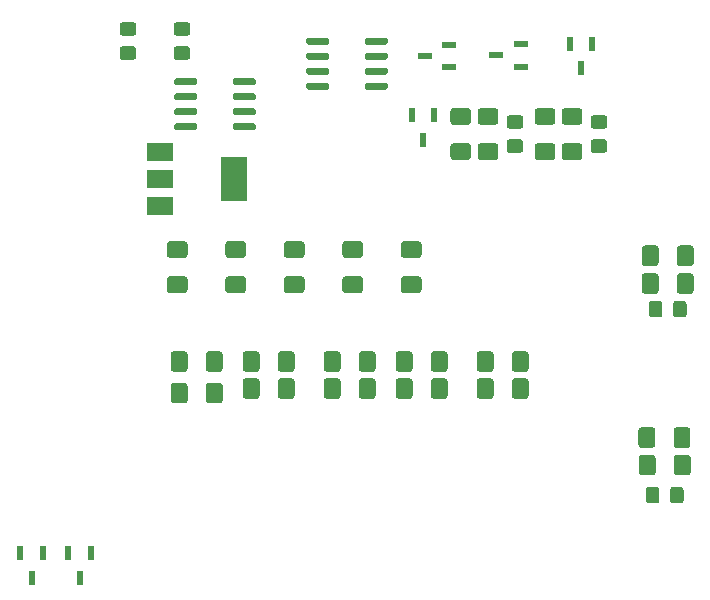
<source format=gbr>
G04 #@! TF.GenerationSoftware,KiCad,Pcbnew,(5.1.6)-1*
G04 #@! TF.CreationDate,2020-10-21T13:59:54+11:00*
G04 #@! TF.ProjectId,DashDriver-V1,44617368-4472-4697-9665-722d56312e6b,rev?*
G04 #@! TF.SameCoordinates,Original*
G04 #@! TF.FileFunction,Paste,Top*
G04 #@! TF.FilePolarity,Positive*
%FSLAX46Y46*%
G04 Gerber Fmt 4.6, Leading zero omitted, Abs format (unit mm)*
G04 Created by KiCad (PCBNEW (5.1.6)-1) date 2020-10-21 13:59:54*
%MOMM*%
%LPD*%
G01*
G04 APERTURE LIST*
%ADD10R,0.600000X1.300000*%
%ADD11R,1.300000X0.600000*%
%ADD12R,2.200000X1.500000*%
%ADD13R,2.200000X3.800000*%
G04 APERTURE END LIST*
G36*
G01*
X120616000Y-59004000D02*
X119366000Y-59004000D01*
G75*
G02*
X119116000Y-58754000I0J250000D01*
G01*
X119116000Y-57829000D01*
G75*
G02*
X119366000Y-57579000I250000J0D01*
G01*
X120616000Y-57579000D01*
G75*
G02*
X120866000Y-57829000I0J-250000D01*
G01*
X120866000Y-58754000D01*
G75*
G02*
X120616000Y-59004000I-250000J0D01*
G01*
G37*
G36*
G01*
X120616000Y-61979000D02*
X119366000Y-61979000D01*
G75*
G02*
X119116000Y-61729000I0J250000D01*
G01*
X119116000Y-60804000D01*
G75*
G02*
X119366000Y-60554000I250000J0D01*
G01*
X120616000Y-60554000D01*
G75*
G02*
X120866000Y-60804000I0J-250000D01*
G01*
X120866000Y-61729000D01*
G75*
G02*
X120616000Y-61979000I-250000J0D01*
G01*
G37*
G36*
G01*
X115663000Y-59004000D02*
X114413000Y-59004000D01*
G75*
G02*
X114163000Y-58754000I0J250000D01*
G01*
X114163000Y-57829000D01*
G75*
G02*
X114413000Y-57579000I250000J0D01*
G01*
X115663000Y-57579000D01*
G75*
G02*
X115913000Y-57829000I0J-250000D01*
G01*
X115913000Y-58754000D01*
G75*
G02*
X115663000Y-59004000I-250000J0D01*
G01*
G37*
G36*
G01*
X115663000Y-61979000D02*
X114413000Y-61979000D01*
G75*
G02*
X114163000Y-61729000I0J250000D01*
G01*
X114163000Y-60804000D01*
G75*
G02*
X114413000Y-60554000I250000J0D01*
G01*
X115663000Y-60554000D01*
G75*
G02*
X115913000Y-60804000I0J-250000D01*
G01*
X115913000Y-61729000D01*
G75*
G02*
X115663000Y-61979000I-250000J0D01*
G01*
G37*
G36*
G01*
X110710000Y-59004000D02*
X109460000Y-59004000D01*
G75*
G02*
X109210000Y-58754000I0J250000D01*
G01*
X109210000Y-57829000D01*
G75*
G02*
X109460000Y-57579000I250000J0D01*
G01*
X110710000Y-57579000D01*
G75*
G02*
X110960000Y-57829000I0J-250000D01*
G01*
X110960000Y-58754000D01*
G75*
G02*
X110710000Y-59004000I-250000J0D01*
G01*
G37*
G36*
G01*
X110710000Y-61979000D02*
X109460000Y-61979000D01*
G75*
G02*
X109210000Y-61729000I0J250000D01*
G01*
X109210000Y-60804000D01*
G75*
G02*
X109460000Y-60554000I250000J0D01*
G01*
X110710000Y-60554000D01*
G75*
G02*
X110960000Y-60804000I0J-250000D01*
G01*
X110960000Y-61729000D01*
G75*
G02*
X110710000Y-61979000I-250000J0D01*
G01*
G37*
G36*
G01*
X105757000Y-59004000D02*
X104507000Y-59004000D01*
G75*
G02*
X104257000Y-58754000I0J250000D01*
G01*
X104257000Y-57829000D01*
G75*
G02*
X104507000Y-57579000I250000J0D01*
G01*
X105757000Y-57579000D01*
G75*
G02*
X106007000Y-57829000I0J-250000D01*
G01*
X106007000Y-58754000D01*
G75*
G02*
X105757000Y-59004000I-250000J0D01*
G01*
G37*
G36*
G01*
X105757000Y-61979000D02*
X104507000Y-61979000D01*
G75*
G02*
X104257000Y-61729000I0J250000D01*
G01*
X104257000Y-60804000D01*
G75*
G02*
X104507000Y-60554000I250000J0D01*
G01*
X105757000Y-60554000D01*
G75*
G02*
X106007000Y-60804000I0J-250000D01*
G01*
X106007000Y-61729000D01*
G75*
G02*
X105757000Y-61979000I-250000J0D01*
G01*
G37*
G36*
G01*
X100804000Y-59004000D02*
X99554000Y-59004000D01*
G75*
G02*
X99304000Y-58754000I0J250000D01*
G01*
X99304000Y-57829000D01*
G75*
G02*
X99554000Y-57579000I250000J0D01*
G01*
X100804000Y-57579000D01*
G75*
G02*
X101054000Y-57829000I0J-250000D01*
G01*
X101054000Y-58754000D01*
G75*
G02*
X100804000Y-59004000I-250000J0D01*
G01*
G37*
G36*
G01*
X100804000Y-61979000D02*
X99554000Y-61979000D01*
G75*
G02*
X99304000Y-61729000I0J250000D01*
G01*
X99304000Y-60804000D01*
G75*
G02*
X99554000Y-60554000I250000J0D01*
G01*
X100804000Y-60554000D01*
G75*
G02*
X101054000Y-60804000I0J-250000D01*
G01*
X101054000Y-61729000D01*
G75*
G02*
X100804000Y-61979000I-250000J0D01*
G01*
G37*
G36*
G01*
X140679000Y-75918000D02*
X140679000Y-77168000D01*
G75*
G02*
X140429000Y-77418000I-250000J0D01*
G01*
X139504000Y-77418000D01*
G75*
G02*
X139254000Y-77168000I0J250000D01*
G01*
X139254000Y-75918000D01*
G75*
G02*
X139504000Y-75668000I250000J0D01*
G01*
X140429000Y-75668000D01*
G75*
G02*
X140679000Y-75918000I0J-250000D01*
G01*
G37*
G36*
G01*
X143654000Y-75918000D02*
X143654000Y-77168000D01*
G75*
G02*
X143404000Y-77418000I-250000J0D01*
G01*
X142479000Y-77418000D01*
G75*
G02*
X142229000Y-77168000I0J250000D01*
G01*
X142229000Y-75918000D01*
G75*
G02*
X142479000Y-75668000I250000J0D01*
G01*
X143404000Y-75668000D01*
G75*
G02*
X143654000Y-75918000I0J-250000D01*
G01*
G37*
G36*
G01*
X140933000Y-60551000D02*
X140933000Y-61801000D01*
G75*
G02*
X140683000Y-62051000I-250000J0D01*
G01*
X139758000Y-62051000D01*
G75*
G02*
X139508000Y-61801000I0J250000D01*
G01*
X139508000Y-60551000D01*
G75*
G02*
X139758000Y-60301000I250000J0D01*
G01*
X140683000Y-60301000D01*
G75*
G02*
X140933000Y-60551000I0J-250000D01*
G01*
G37*
G36*
G01*
X143908000Y-60551000D02*
X143908000Y-61801000D01*
G75*
G02*
X143658000Y-62051000I-250000J0D01*
G01*
X142733000Y-62051000D01*
G75*
G02*
X142483000Y-61801000I0J250000D01*
G01*
X142483000Y-60551000D01*
G75*
G02*
X142733000Y-60301000I250000J0D01*
G01*
X143658000Y-60301000D01*
G75*
G02*
X143908000Y-60551000I0J-250000D01*
G01*
G37*
G36*
G01*
X142211000Y-74838000D02*
X142211000Y-73588000D01*
G75*
G02*
X142461000Y-73338000I250000J0D01*
G01*
X143386000Y-73338000D01*
G75*
G02*
X143636000Y-73588000I0J-250000D01*
G01*
X143636000Y-74838000D01*
G75*
G02*
X143386000Y-75088000I-250000J0D01*
G01*
X142461000Y-75088000D01*
G75*
G02*
X142211000Y-74838000I0J250000D01*
G01*
G37*
G36*
G01*
X139236000Y-74838000D02*
X139236000Y-73588000D01*
G75*
G02*
X139486000Y-73338000I250000J0D01*
G01*
X140411000Y-73338000D01*
G75*
G02*
X140661000Y-73588000I0J-250000D01*
G01*
X140661000Y-74838000D01*
G75*
G02*
X140411000Y-75088000I-250000J0D01*
G01*
X139486000Y-75088000D01*
G75*
G02*
X139236000Y-74838000I0J250000D01*
G01*
G37*
G36*
G01*
X142490000Y-59446000D02*
X142490000Y-58196000D01*
G75*
G02*
X142740000Y-57946000I250000J0D01*
G01*
X143665000Y-57946000D01*
G75*
G02*
X143915000Y-58196000I0J-250000D01*
G01*
X143915000Y-59446000D01*
G75*
G02*
X143665000Y-59696000I-250000J0D01*
G01*
X142740000Y-59696000D01*
G75*
G02*
X142490000Y-59446000I0J250000D01*
G01*
G37*
G36*
G01*
X139515000Y-59446000D02*
X139515000Y-58196000D01*
G75*
G02*
X139765000Y-57946000I250000J0D01*
G01*
X140690000Y-57946000D01*
G75*
G02*
X140940000Y-58196000I0J-250000D01*
G01*
X140940000Y-59446000D01*
G75*
G02*
X140690000Y-59696000I-250000J0D01*
G01*
X139765000Y-59696000D01*
G75*
G02*
X139515000Y-59446000I0J250000D01*
G01*
G37*
G36*
G01*
X124807000Y-47737500D02*
X123557000Y-47737500D01*
G75*
G02*
X123307000Y-47487500I0J250000D01*
G01*
X123307000Y-46562500D01*
G75*
G02*
X123557000Y-46312500I250000J0D01*
G01*
X124807000Y-46312500D01*
G75*
G02*
X125057000Y-46562500I0J-250000D01*
G01*
X125057000Y-47487500D01*
G75*
G02*
X124807000Y-47737500I-250000J0D01*
G01*
G37*
G36*
G01*
X124807000Y-50712500D02*
X123557000Y-50712500D01*
G75*
G02*
X123307000Y-50462500I0J250000D01*
G01*
X123307000Y-49537500D01*
G75*
G02*
X123557000Y-49287500I250000J0D01*
G01*
X124807000Y-49287500D01*
G75*
G02*
X125057000Y-49537500I0J-250000D01*
G01*
X125057000Y-50462500D01*
G75*
G02*
X124807000Y-50712500I-250000J0D01*
G01*
G37*
D10*
X121957000Y-46918000D03*
X120057000Y-46918000D03*
X121007000Y-49018000D03*
G36*
G01*
X141004000Y-78632999D02*
X141004000Y-79533001D01*
G75*
G02*
X140754001Y-79783000I-249999J0D01*
G01*
X140103999Y-79783000D01*
G75*
G02*
X139854000Y-79533001I0J249999D01*
G01*
X139854000Y-78632999D01*
G75*
G02*
X140103999Y-78383000I249999J0D01*
G01*
X140754001Y-78383000D01*
G75*
G02*
X141004000Y-78632999I0J-249999D01*
G01*
G37*
G36*
G01*
X143054000Y-78632999D02*
X143054000Y-79533001D01*
G75*
G02*
X142804001Y-79783000I-249999J0D01*
G01*
X142153999Y-79783000D01*
G75*
G02*
X141904000Y-79533001I0J249999D01*
G01*
X141904000Y-78632999D01*
G75*
G02*
X142153999Y-78383000I249999J0D01*
G01*
X142804001Y-78383000D01*
G75*
G02*
X143054000Y-78632999I0J-249999D01*
G01*
G37*
G36*
G01*
X141258000Y-62884999D02*
X141258000Y-63785001D01*
G75*
G02*
X141008001Y-64035000I-249999J0D01*
G01*
X140357999Y-64035000D01*
G75*
G02*
X140108000Y-63785001I0J249999D01*
G01*
X140108000Y-62884999D01*
G75*
G02*
X140357999Y-62635000I249999J0D01*
G01*
X141008001Y-62635000D01*
G75*
G02*
X141258000Y-62884999I0J-249999D01*
G01*
G37*
G36*
G01*
X143308000Y-62884999D02*
X143308000Y-63785001D01*
G75*
G02*
X143058001Y-64035000I-249999J0D01*
G01*
X142407999Y-64035000D01*
G75*
G02*
X142158000Y-63785001I0J249999D01*
G01*
X142158000Y-62884999D01*
G75*
G02*
X142407999Y-62635000I249999J0D01*
G01*
X143058001Y-62635000D01*
G75*
G02*
X143308000Y-62884999I0J-249999D01*
G01*
G37*
G36*
G01*
X135439999Y-46914000D02*
X136340001Y-46914000D01*
G75*
G02*
X136590000Y-47163999I0J-249999D01*
G01*
X136590000Y-47814001D01*
G75*
G02*
X136340001Y-48064000I-249999J0D01*
G01*
X135439999Y-48064000D01*
G75*
G02*
X135190000Y-47814001I0J249999D01*
G01*
X135190000Y-47163999D01*
G75*
G02*
X135439999Y-46914000I249999J0D01*
G01*
G37*
G36*
G01*
X135439999Y-48964000D02*
X136340001Y-48964000D01*
G75*
G02*
X136590000Y-49213999I0J-249999D01*
G01*
X136590000Y-49864001D01*
G75*
G02*
X136340001Y-50114000I-249999J0D01*
G01*
X135439999Y-50114000D01*
G75*
G02*
X135190000Y-49864001I0J249999D01*
G01*
X135190000Y-49213999D01*
G75*
G02*
X135439999Y-48964000I249999J0D01*
G01*
G37*
G36*
G01*
X128327999Y-46914000D02*
X129228001Y-46914000D01*
G75*
G02*
X129478000Y-47163999I0J-249999D01*
G01*
X129478000Y-47814001D01*
G75*
G02*
X129228001Y-48064000I-249999J0D01*
G01*
X128327999Y-48064000D01*
G75*
G02*
X128078000Y-47814001I0J249999D01*
G01*
X128078000Y-47163999D01*
G75*
G02*
X128327999Y-46914000I249999J0D01*
G01*
G37*
G36*
G01*
X128327999Y-48964000D02*
X129228001Y-48964000D01*
G75*
G02*
X129478000Y-49213999I0J-249999D01*
G01*
X129478000Y-49864001D01*
G75*
G02*
X129228001Y-50114000I-249999J0D01*
G01*
X128327999Y-50114000D01*
G75*
G02*
X128078000Y-49864001I0J249999D01*
G01*
X128078000Y-49213999D01*
G75*
G02*
X128327999Y-48964000I249999J0D01*
G01*
G37*
G36*
G01*
X95561999Y-41090000D02*
X96462001Y-41090000D01*
G75*
G02*
X96712000Y-41339999I0J-249999D01*
G01*
X96712000Y-41990001D01*
G75*
G02*
X96462001Y-42240000I-249999J0D01*
G01*
X95561999Y-42240000D01*
G75*
G02*
X95312000Y-41990001I0J249999D01*
G01*
X95312000Y-41339999D01*
G75*
G02*
X95561999Y-41090000I249999J0D01*
G01*
G37*
G36*
G01*
X95561999Y-39040000D02*
X96462001Y-39040000D01*
G75*
G02*
X96712000Y-39289999I0J-249999D01*
G01*
X96712000Y-39940001D01*
G75*
G02*
X96462001Y-40190000I-249999J0D01*
G01*
X95561999Y-40190000D01*
G75*
G02*
X95312000Y-39940001I0J249999D01*
G01*
X95312000Y-39289999D01*
G75*
G02*
X95561999Y-39040000I249999J0D01*
G01*
G37*
G36*
G01*
X100133999Y-39040000D02*
X101034001Y-39040000D01*
G75*
G02*
X101284000Y-39289999I0J-249999D01*
G01*
X101284000Y-39940001D01*
G75*
G02*
X101034001Y-40190000I-249999J0D01*
G01*
X100133999Y-40190000D01*
G75*
G02*
X99884000Y-39940001I0J249999D01*
G01*
X99884000Y-39289999D01*
G75*
G02*
X100133999Y-39040000I249999J0D01*
G01*
G37*
G36*
G01*
X100133999Y-41090000D02*
X101034001Y-41090000D01*
G75*
G02*
X101284000Y-41339999I0J-249999D01*
G01*
X101284000Y-41990001D01*
G75*
G02*
X101034001Y-42240000I-249999J0D01*
G01*
X100133999Y-42240000D01*
G75*
G02*
X99884000Y-41990001I0J249999D01*
G01*
X99884000Y-41339999D01*
G75*
G02*
X100133999Y-41090000I249999J0D01*
G01*
G37*
X87860000Y-86102000D03*
X86910000Y-84002000D03*
X88810000Y-84002000D03*
X92874000Y-84002000D03*
X90974000Y-84002000D03*
X91924000Y-86102000D03*
D11*
X129286000Y-42794000D03*
X129286000Y-40894000D03*
X127186000Y-41844000D03*
D10*
X134366000Y-42960000D03*
X133416000Y-40860000D03*
X135316000Y-40860000D03*
D11*
X121124000Y-41910000D03*
X123224000Y-40960000D03*
X123224000Y-42860000D03*
G36*
G01*
X131943000Y-47739000D02*
X130693000Y-47739000D01*
G75*
G02*
X130443000Y-47489000I0J250000D01*
G01*
X130443000Y-46564000D01*
G75*
G02*
X130693000Y-46314000I250000J0D01*
G01*
X131943000Y-46314000D01*
G75*
G02*
X132193000Y-46564000I0J-250000D01*
G01*
X132193000Y-47489000D01*
G75*
G02*
X131943000Y-47739000I-250000J0D01*
G01*
G37*
G36*
G01*
X131943000Y-50714000D02*
X130693000Y-50714000D01*
G75*
G02*
X130443000Y-50464000I0J250000D01*
G01*
X130443000Y-49539000D01*
G75*
G02*
X130693000Y-49289000I250000J0D01*
G01*
X131943000Y-49289000D01*
G75*
G02*
X132193000Y-49539000I0J-250000D01*
G01*
X132193000Y-50464000D01*
G75*
G02*
X131943000Y-50714000I-250000J0D01*
G01*
G37*
G36*
G01*
X132979000Y-46314000D02*
X134229000Y-46314000D01*
G75*
G02*
X134479000Y-46564000I0J-250000D01*
G01*
X134479000Y-47489000D01*
G75*
G02*
X134229000Y-47739000I-250000J0D01*
G01*
X132979000Y-47739000D01*
G75*
G02*
X132729000Y-47489000I0J250000D01*
G01*
X132729000Y-46564000D01*
G75*
G02*
X132979000Y-46314000I250000J0D01*
G01*
G37*
G36*
G01*
X132979000Y-49289000D02*
X134229000Y-49289000D01*
G75*
G02*
X134479000Y-49539000I0J-250000D01*
G01*
X134479000Y-50464000D01*
G75*
G02*
X134229000Y-50714000I-250000J0D01*
G01*
X132979000Y-50714000D01*
G75*
G02*
X132729000Y-50464000I0J250000D01*
G01*
X132729000Y-49539000D01*
G75*
G02*
X132979000Y-49289000I250000J0D01*
G01*
G37*
G36*
G01*
X125867000Y-49289000D02*
X127117000Y-49289000D01*
G75*
G02*
X127367000Y-49539000I0J-250000D01*
G01*
X127367000Y-50464000D01*
G75*
G02*
X127117000Y-50714000I-250000J0D01*
G01*
X125867000Y-50714000D01*
G75*
G02*
X125617000Y-50464000I0J250000D01*
G01*
X125617000Y-49539000D01*
G75*
G02*
X125867000Y-49289000I250000J0D01*
G01*
G37*
G36*
G01*
X125867000Y-46314000D02*
X127117000Y-46314000D01*
G75*
G02*
X127367000Y-46564000I0J-250000D01*
G01*
X127367000Y-47489000D01*
G75*
G02*
X127117000Y-47739000I-250000J0D01*
G01*
X125867000Y-47739000D01*
G75*
G02*
X125617000Y-47489000I0J250000D01*
G01*
X125617000Y-46564000D01*
G75*
G02*
X125867000Y-46314000I250000J0D01*
G01*
G37*
G36*
G01*
X99630000Y-68405000D02*
X99630000Y-67155000D01*
G75*
G02*
X99880000Y-66905000I250000J0D01*
G01*
X100805000Y-66905000D01*
G75*
G02*
X101055000Y-67155000I0J-250000D01*
G01*
X101055000Y-68405000D01*
G75*
G02*
X100805000Y-68655000I-250000J0D01*
G01*
X99880000Y-68655000D01*
G75*
G02*
X99630000Y-68405000I0J250000D01*
G01*
G37*
G36*
G01*
X102605000Y-68405000D02*
X102605000Y-67155000D01*
G75*
G02*
X102855000Y-66905000I250000J0D01*
G01*
X103780000Y-66905000D01*
G75*
G02*
X104030000Y-67155000I0J-250000D01*
G01*
X104030000Y-68405000D01*
G75*
G02*
X103780000Y-68655000I-250000J0D01*
G01*
X102855000Y-68655000D01*
G75*
G02*
X102605000Y-68405000I0J250000D01*
G01*
G37*
G36*
G01*
X102605000Y-71072000D02*
X102605000Y-69822000D01*
G75*
G02*
X102855000Y-69572000I250000J0D01*
G01*
X103780000Y-69572000D01*
G75*
G02*
X104030000Y-69822000I0J-250000D01*
G01*
X104030000Y-71072000D01*
G75*
G02*
X103780000Y-71322000I-250000J0D01*
G01*
X102855000Y-71322000D01*
G75*
G02*
X102605000Y-71072000I0J250000D01*
G01*
G37*
G36*
G01*
X99630000Y-71072000D02*
X99630000Y-69822000D01*
G75*
G02*
X99880000Y-69572000I250000J0D01*
G01*
X100805000Y-69572000D01*
G75*
G02*
X101055000Y-69822000I0J-250000D01*
G01*
X101055000Y-71072000D01*
G75*
G02*
X100805000Y-71322000I-250000J0D01*
G01*
X99880000Y-71322000D01*
G75*
G02*
X99630000Y-71072000I0J250000D01*
G01*
G37*
G36*
G01*
X108701000Y-68405000D02*
X108701000Y-67155000D01*
G75*
G02*
X108951000Y-66905000I250000J0D01*
G01*
X109876000Y-66905000D01*
G75*
G02*
X110126000Y-67155000I0J-250000D01*
G01*
X110126000Y-68405000D01*
G75*
G02*
X109876000Y-68655000I-250000J0D01*
G01*
X108951000Y-68655000D01*
G75*
G02*
X108701000Y-68405000I0J250000D01*
G01*
G37*
G36*
G01*
X105726000Y-68405000D02*
X105726000Y-67155000D01*
G75*
G02*
X105976000Y-66905000I250000J0D01*
G01*
X106901000Y-66905000D01*
G75*
G02*
X107151000Y-67155000I0J-250000D01*
G01*
X107151000Y-68405000D01*
G75*
G02*
X106901000Y-68655000I-250000J0D01*
G01*
X105976000Y-68655000D01*
G75*
G02*
X105726000Y-68405000I0J250000D01*
G01*
G37*
G36*
G01*
X105726000Y-70691000D02*
X105726000Y-69441000D01*
G75*
G02*
X105976000Y-69191000I250000J0D01*
G01*
X106901000Y-69191000D01*
G75*
G02*
X107151000Y-69441000I0J-250000D01*
G01*
X107151000Y-70691000D01*
G75*
G02*
X106901000Y-70941000I-250000J0D01*
G01*
X105976000Y-70941000D01*
G75*
G02*
X105726000Y-70691000I0J250000D01*
G01*
G37*
G36*
G01*
X108701000Y-70691000D02*
X108701000Y-69441000D01*
G75*
G02*
X108951000Y-69191000I250000J0D01*
G01*
X109876000Y-69191000D01*
G75*
G02*
X110126000Y-69441000I0J-250000D01*
G01*
X110126000Y-70691000D01*
G75*
G02*
X109876000Y-70941000I-250000J0D01*
G01*
X108951000Y-70941000D01*
G75*
G02*
X108701000Y-70691000I0J250000D01*
G01*
G37*
G36*
G01*
X118680000Y-68405000D02*
X118680000Y-67155000D01*
G75*
G02*
X118930000Y-66905000I250000J0D01*
G01*
X119855000Y-66905000D01*
G75*
G02*
X120105000Y-67155000I0J-250000D01*
G01*
X120105000Y-68405000D01*
G75*
G02*
X119855000Y-68655000I-250000J0D01*
G01*
X118930000Y-68655000D01*
G75*
G02*
X118680000Y-68405000I0J250000D01*
G01*
G37*
G36*
G01*
X121655000Y-68405000D02*
X121655000Y-67155000D01*
G75*
G02*
X121905000Y-66905000I250000J0D01*
G01*
X122830000Y-66905000D01*
G75*
G02*
X123080000Y-67155000I0J-250000D01*
G01*
X123080000Y-68405000D01*
G75*
G02*
X122830000Y-68655000I-250000J0D01*
G01*
X121905000Y-68655000D01*
G75*
G02*
X121655000Y-68405000I0J250000D01*
G01*
G37*
G36*
G01*
X121655000Y-70691000D02*
X121655000Y-69441000D01*
G75*
G02*
X121905000Y-69191000I250000J0D01*
G01*
X122830000Y-69191000D01*
G75*
G02*
X123080000Y-69441000I0J-250000D01*
G01*
X123080000Y-70691000D01*
G75*
G02*
X122830000Y-70941000I-250000J0D01*
G01*
X121905000Y-70941000D01*
G75*
G02*
X121655000Y-70691000I0J250000D01*
G01*
G37*
G36*
G01*
X118680000Y-70691000D02*
X118680000Y-69441000D01*
G75*
G02*
X118930000Y-69191000I250000J0D01*
G01*
X119855000Y-69191000D01*
G75*
G02*
X120105000Y-69441000I0J-250000D01*
G01*
X120105000Y-70691000D01*
G75*
G02*
X119855000Y-70941000I-250000J0D01*
G01*
X118930000Y-70941000D01*
G75*
G02*
X118680000Y-70691000I0J250000D01*
G01*
G37*
G36*
G01*
X125538000Y-68405000D02*
X125538000Y-67155000D01*
G75*
G02*
X125788000Y-66905000I250000J0D01*
G01*
X126713000Y-66905000D01*
G75*
G02*
X126963000Y-67155000I0J-250000D01*
G01*
X126963000Y-68405000D01*
G75*
G02*
X126713000Y-68655000I-250000J0D01*
G01*
X125788000Y-68655000D01*
G75*
G02*
X125538000Y-68405000I0J250000D01*
G01*
G37*
G36*
G01*
X128513000Y-68405000D02*
X128513000Y-67155000D01*
G75*
G02*
X128763000Y-66905000I250000J0D01*
G01*
X129688000Y-66905000D01*
G75*
G02*
X129938000Y-67155000I0J-250000D01*
G01*
X129938000Y-68405000D01*
G75*
G02*
X129688000Y-68655000I-250000J0D01*
G01*
X128763000Y-68655000D01*
G75*
G02*
X128513000Y-68405000I0J250000D01*
G01*
G37*
G36*
G01*
X129938000Y-69441000D02*
X129938000Y-70691000D01*
G75*
G02*
X129688000Y-70941000I-250000J0D01*
G01*
X128763000Y-70941000D01*
G75*
G02*
X128513000Y-70691000I0J250000D01*
G01*
X128513000Y-69441000D01*
G75*
G02*
X128763000Y-69191000I250000J0D01*
G01*
X129688000Y-69191000D01*
G75*
G02*
X129938000Y-69441000I0J-250000D01*
G01*
G37*
G36*
G01*
X126963000Y-69441000D02*
X126963000Y-70691000D01*
G75*
G02*
X126713000Y-70941000I-250000J0D01*
G01*
X125788000Y-70941000D01*
G75*
G02*
X125538000Y-70691000I0J250000D01*
G01*
X125538000Y-69441000D01*
G75*
G02*
X125788000Y-69191000I250000J0D01*
G01*
X126713000Y-69191000D01*
G75*
G02*
X126963000Y-69441000I0J-250000D01*
G01*
G37*
G36*
G01*
X112584000Y-68405000D02*
X112584000Y-67155000D01*
G75*
G02*
X112834000Y-66905000I250000J0D01*
G01*
X113759000Y-66905000D01*
G75*
G02*
X114009000Y-67155000I0J-250000D01*
G01*
X114009000Y-68405000D01*
G75*
G02*
X113759000Y-68655000I-250000J0D01*
G01*
X112834000Y-68655000D01*
G75*
G02*
X112584000Y-68405000I0J250000D01*
G01*
G37*
G36*
G01*
X115559000Y-68405000D02*
X115559000Y-67155000D01*
G75*
G02*
X115809000Y-66905000I250000J0D01*
G01*
X116734000Y-66905000D01*
G75*
G02*
X116984000Y-67155000I0J-250000D01*
G01*
X116984000Y-68405000D01*
G75*
G02*
X116734000Y-68655000I-250000J0D01*
G01*
X115809000Y-68655000D01*
G75*
G02*
X115559000Y-68405000I0J250000D01*
G01*
G37*
G36*
G01*
X114009000Y-69441000D02*
X114009000Y-70691000D01*
G75*
G02*
X113759000Y-70941000I-250000J0D01*
G01*
X112834000Y-70941000D01*
G75*
G02*
X112584000Y-70691000I0J250000D01*
G01*
X112584000Y-69441000D01*
G75*
G02*
X112834000Y-69191000I250000J0D01*
G01*
X113759000Y-69191000D01*
G75*
G02*
X114009000Y-69441000I0J-250000D01*
G01*
G37*
G36*
G01*
X116984000Y-69441000D02*
X116984000Y-70691000D01*
G75*
G02*
X116734000Y-70941000I-250000J0D01*
G01*
X115809000Y-70941000D01*
G75*
G02*
X115559000Y-70691000I0J250000D01*
G01*
X115559000Y-69441000D01*
G75*
G02*
X115809000Y-69191000I250000J0D01*
G01*
X116734000Y-69191000D01*
G75*
G02*
X116984000Y-69441000I0J-250000D01*
G01*
G37*
D12*
X98704000Y-54624000D03*
X98704000Y-52324000D03*
X98704000Y-50024000D03*
D13*
X105004000Y-52324000D03*
G36*
G01*
X113054000Y-44300000D02*
X113054000Y-44600000D01*
G75*
G02*
X112904000Y-44750000I-150000J0D01*
G01*
X111254000Y-44750000D01*
G75*
G02*
X111104000Y-44600000I0J150000D01*
G01*
X111104000Y-44300000D01*
G75*
G02*
X111254000Y-44150000I150000J0D01*
G01*
X112904000Y-44150000D01*
G75*
G02*
X113054000Y-44300000I0J-150000D01*
G01*
G37*
G36*
G01*
X113054000Y-43030000D02*
X113054000Y-43330000D01*
G75*
G02*
X112904000Y-43480000I-150000J0D01*
G01*
X111254000Y-43480000D01*
G75*
G02*
X111104000Y-43330000I0J150000D01*
G01*
X111104000Y-43030000D01*
G75*
G02*
X111254000Y-42880000I150000J0D01*
G01*
X112904000Y-42880000D01*
G75*
G02*
X113054000Y-43030000I0J-150000D01*
G01*
G37*
G36*
G01*
X113054000Y-41760000D02*
X113054000Y-42060000D01*
G75*
G02*
X112904000Y-42210000I-150000J0D01*
G01*
X111254000Y-42210000D01*
G75*
G02*
X111104000Y-42060000I0J150000D01*
G01*
X111104000Y-41760000D01*
G75*
G02*
X111254000Y-41610000I150000J0D01*
G01*
X112904000Y-41610000D01*
G75*
G02*
X113054000Y-41760000I0J-150000D01*
G01*
G37*
G36*
G01*
X113054000Y-40490000D02*
X113054000Y-40790000D01*
G75*
G02*
X112904000Y-40940000I-150000J0D01*
G01*
X111254000Y-40940000D01*
G75*
G02*
X111104000Y-40790000I0J150000D01*
G01*
X111104000Y-40490000D01*
G75*
G02*
X111254000Y-40340000I150000J0D01*
G01*
X112904000Y-40340000D01*
G75*
G02*
X113054000Y-40490000I0J-150000D01*
G01*
G37*
G36*
G01*
X118004000Y-40490000D02*
X118004000Y-40790000D01*
G75*
G02*
X117854000Y-40940000I-150000J0D01*
G01*
X116204000Y-40940000D01*
G75*
G02*
X116054000Y-40790000I0J150000D01*
G01*
X116054000Y-40490000D01*
G75*
G02*
X116204000Y-40340000I150000J0D01*
G01*
X117854000Y-40340000D01*
G75*
G02*
X118004000Y-40490000I0J-150000D01*
G01*
G37*
G36*
G01*
X118004000Y-41760000D02*
X118004000Y-42060000D01*
G75*
G02*
X117854000Y-42210000I-150000J0D01*
G01*
X116204000Y-42210000D01*
G75*
G02*
X116054000Y-42060000I0J150000D01*
G01*
X116054000Y-41760000D01*
G75*
G02*
X116204000Y-41610000I150000J0D01*
G01*
X117854000Y-41610000D01*
G75*
G02*
X118004000Y-41760000I0J-150000D01*
G01*
G37*
G36*
G01*
X118004000Y-43030000D02*
X118004000Y-43330000D01*
G75*
G02*
X117854000Y-43480000I-150000J0D01*
G01*
X116204000Y-43480000D01*
G75*
G02*
X116054000Y-43330000I0J150000D01*
G01*
X116054000Y-43030000D01*
G75*
G02*
X116204000Y-42880000I150000J0D01*
G01*
X117854000Y-42880000D01*
G75*
G02*
X118004000Y-43030000I0J-150000D01*
G01*
G37*
G36*
G01*
X118004000Y-44300000D02*
X118004000Y-44600000D01*
G75*
G02*
X117854000Y-44750000I-150000J0D01*
G01*
X116204000Y-44750000D01*
G75*
G02*
X116054000Y-44600000I0J150000D01*
G01*
X116054000Y-44300000D01*
G75*
G02*
X116204000Y-44150000I150000J0D01*
G01*
X117854000Y-44150000D01*
G75*
G02*
X118004000Y-44300000I0J-150000D01*
G01*
G37*
G36*
G01*
X106828000Y-47729000D02*
X106828000Y-48029000D01*
G75*
G02*
X106678000Y-48179000I-150000J0D01*
G01*
X105028000Y-48179000D01*
G75*
G02*
X104878000Y-48029000I0J150000D01*
G01*
X104878000Y-47729000D01*
G75*
G02*
X105028000Y-47579000I150000J0D01*
G01*
X106678000Y-47579000D01*
G75*
G02*
X106828000Y-47729000I0J-150000D01*
G01*
G37*
G36*
G01*
X106828000Y-46459000D02*
X106828000Y-46759000D01*
G75*
G02*
X106678000Y-46909000I-150000J0D01*
G01*
X105028000Y-46909000D01*
G75*
G02*
X104878000Y-46759000I0J150000D01*
G01*
X104878000Y-46459000D01*
G75*
G02*
X105028000Y-46309000I150000J0D01*
G01*
X106678000Y-46309000D01*
G75*
G02*
X106828000Y-46459000I0J-150000D01*
G01*
G37*
G36*
G01*
X106828000Y-45189000D02*
X106828000Y-45489000D01*
G75*
G02*
X106678000Y-45639000I-150000J0D01*
G01*
X105028000Y-45639000D01*
G75*
G02*
X104878000Y-45489000I0J150000D01*
G01*
X104878000Y-45189000D01*
G75*
G02*
X105028000Y-45039000I150000J0D01*
G01*
X106678000Y-45039000D01*
G75*
G02*
X106828000Y-45189000I0J-150000D01*
G01*
G37*
G36*
G01*
X106828000Y-43919000D02*
X106828000Y-44219000D01*
G75*
G02*
X106678000Y-44369000I-150000J0D01*
G01*
X105028000Y-44369000D01*
G75*
G02*
X104878000Y-44219000I0J150000D01*
G01*
X104878000Y-43919000D01*
G75*
G02*
X105028000Y-43769000I150000J0D01*
G01*
X106678000Y-43769000D01*
G75*
G02*
X106828000Y-43919000I0J-150000D01*
G01*
G37*
G36*
G01*
X101878000Y-43919000D02*
X101878000Y-44219000D01*
G75*
G02*
X101728000Y-44369000I-150000J0D01*
G01*
X100078000Y-44369000D01*
G75*
G02*
X99928000Y-44219000I0J150000D01*
G01*
X99928000Y-43919000D01*
G75*
G02*
X100078000Y-43769000I150000J0D01*
G01*
X101728000Y-43769000D01*
G75*
G02*
X101878000Y-43919000I0J-150000D01*
G01*
G37*
G36*
G01*
X101878000Y-45189000D02*
X101878000Y-45489000D01*
G75*
G02*
X101728000Y-45639000I-150000J0D01*
G01*
X100078000Y-45639000D01*
G75*
G02*
X99928000Y-45489000I0J150000D01*
G01*
X99928000Y-45189000D01*
G75*
G02*
X100078000Y-45039000I150000J0D01*
G01*
X101728000Y-45039000D01*
G75*
G02*
X101878000Y-45189000I0J-150000D01*
G01*
G37*
G36*
G01*
X101878000Y-46459000D02*
X101878000Y-46759000D01*
G75*
G02*
X101728000Y-46909000I-150000J0D01*
G01*
X100078000Y-46909000D01*
G75*
G02*
X99928000Y-46759000I0J150000D01*
G01*
X99928000Y-46459000D01*
G75*
G02*
X100078000Y-46309000I150000J0D01*
G01*
X101728000Y-46309000D01*
G75*
G02*
X101878000Y-46459000I0J-150000D01*
G01*
G37*
G36*
G01*
X101878000Y-47729000D02*
X101878000Y-48029000D01*
G75*
G02*
X101728000Y-48179000I-150000J0D01*
G01*
X100078000Y-48179000D01*
G75*
G02*
X99928000Y-48029000I0J150000D01*
G01*
X99928000Y-47729000D01*
G75*
G02*
X100078000Y-47579000I150000J0D01*
G01*
X101728000Y-47579000D01*
G75*
G02*
X101878000Y-47729000I0J-150000D01*
G01*
G37*
M02*

</source>
